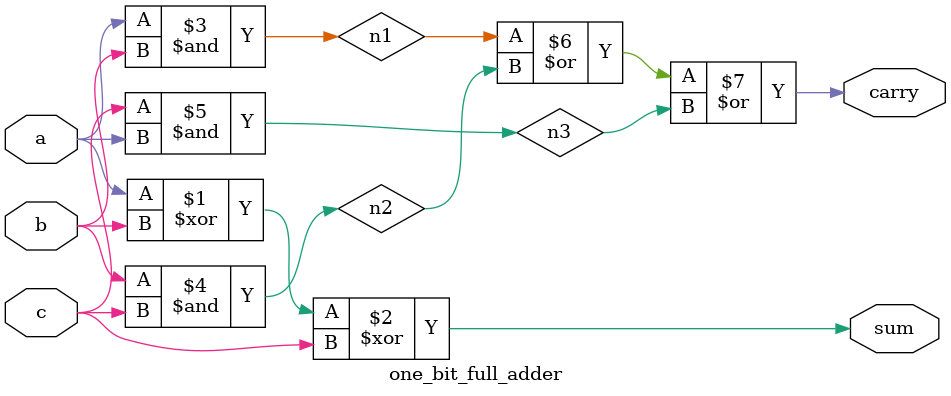
<source format=v>
module one_bit_full_adder(a,b,c,sum,carry);
input a,b,c;
output sum,carry;

wire n1,n2,n3;

xor (sum,a,b,c);
and (n1,a,b);
and (n2,b,c);
and (n3,c,a);
or  (carry,n1,n2,n3);

endmodule

 
</source>
